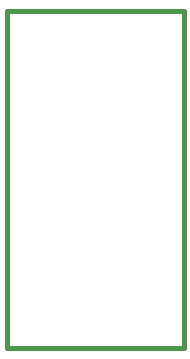
<source format=gbr>
G04 (created by PCBNEW-RS274X (2012-01-19 BZR 3256)-stable) date 23/01/2013 13:42:51*
G01*
G70*
G90*
%MOIN*%
G04 Gerber Fmt 3.4, Leading zero omitted, Abs format*
%FSLAX34Y34*%
G04 APERTURE LIST*
%ADD10C,0.006000*%
%ADD11C,0.015000*%
G04 APERTURE END LIST*
G54D10*
G54D11*
X68150Y-38750D02*
X62250Y-38750D01*
X62250Y-27500D02*
X68150Y-27500D01*
X68150Y-27500D02*
X68150Y-38750D01*
X62250Y-27500D02*
X62250Y-38750D01*
M02*

</source>
